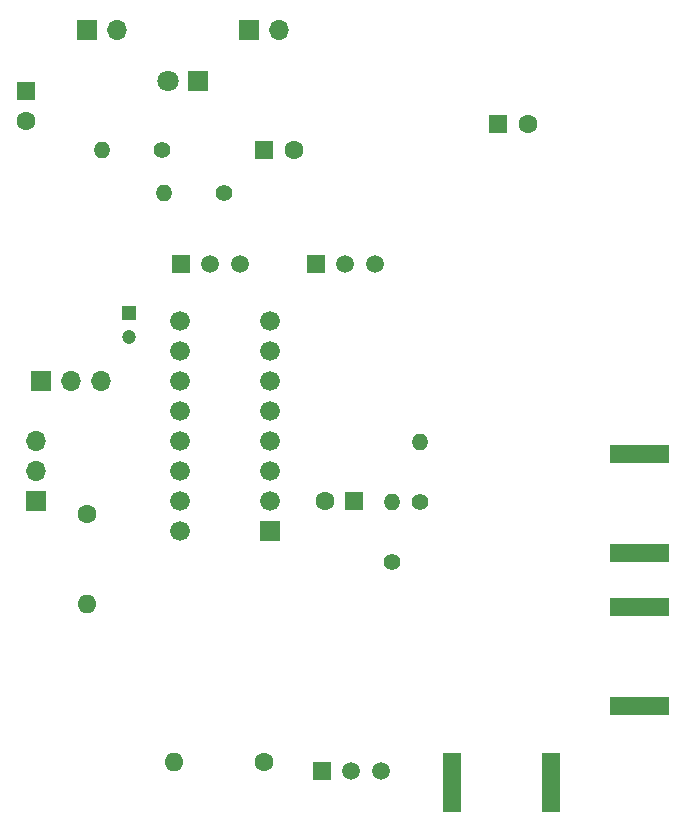
<source format=gbr>
%TF.GenerationSoftware,KiCad,Pcbnew,(5.1.8)-1*%
%TF.CreationDate,2021-04-18T10:22:12-07:00*%
%TF.ProjectId,coffee-spring21,636f6666-6565-42d7-9370-72696e673231,rev?*%
%TF.SameCoordinates,Original*%
%TF.FileFunction,Soldermask,Bot*%
%TF.FilePolarity,Negative*%
%FSLAX46Y46*%
G04 Gerber Fmt 4.6, Leading zero omitted, Abs format (unit mm)*
G04 Created by KiCad (PCBNEW (5.1.8)-1) date 2021-04-18 10:22:12*
%MOMM*%
%LPD*%
G01*
G04 APERTURE LIST*
%ADD10R,1.700000X1.700000*%
%ADD11O,1.700000X1.700000*%
%ADD12R,1.600000X1.600000*%
%ADD13C,1.600000*%
%ADD14R,1.200000X1.200000*%
%ADD15C,1.200000*%
%ADD16R,1.800000X1.800000*%
%ADD17C,1.800000*%
%ADD18C,1.676400*%
%ADD19R,1.676400X1.676400*%
%ADD20C,1.508000*%
%ADD21R,1.508000X1.508000*%
%ADD22R,2.500000X1.600000*%
%ADD23R,1.600000X2.500000*%
%ADD24C,1.400000*%
%ADD25O,1.400000X1.400000*%
%ADD26O,1.600000X1.600000*%
G04 APERTURE END LIST*
D10*
%TO.C,BT1*%
X128016000Y-56134000D03*
D11*
X130556000Y-56134000D03*
%TD*%
%TO.C,BT2*%
X144272000Y-56134000D03*
D10*
X141732000Y-56134000D03*
%TD*%
D12*
%TO.C,C5*%
X143002000Y-66294000D03*
D13*
X145502000Y-66294000D03*
%TD*%
%TO.C,C7*%
X148122000Y-96012000D03*
D12*
X150622000Y-96012000D03*
%TD*%
D14*
%TO.C,C13*%
X131572000Y-80137000D03*
D15*
X131572000Y-82137000D03*
%TD*%
D16*
%TO.C,D1*%
X137414000Y-60452000D03*
D17*
X134874000Y-60452000D03*
%TD*%
D12*
%TO.C,C8*%
X122809000Y-61341000D03*
D13*
X122809000Y-63841000D03*
%TD*%
D18*
%TO.C,G1*%
X135890000Y-98552000D03*
X135890000Y-96012000D03*
X135890000Y-93472000D03*
X135890000Y-90932000D03*
X135890000Y-88392000D03*
X135890000Y-85852000D03*
X135890000Y-83312000D03*
X135890000Y-80772000D03*
X143510000Y-80772000D03*
X143510000Y-83312000D03*
X143510000Y-85852000D03*
X143510000Y-88392000D03*
X143510000Y-90932000D03*
X143510000Y-93472000D03*
X143510000Y-96012000D03*
D19*
X143510000Y-98552000D03*
%TD*%
D20*
%TO.C,RV2*%
X140930000Y-75946000D03*
X138430000Y-75946000D03*
D21*
X135930000Y-75946000D03*
%TD*%
%TO.C,RV3*%
X147360000Y-75946000D03*
D20*
X149860000Y-75946000D03*
X152360000Y-75946000D03*
%TD*%
D13*
%TO.C,C3*%
X165314000Y-64135000D03*
D12*
X162814000Y-64135000D03*
%TD*%
D10*
%TO.C,SW1*%
X124079000Y-85852000D03*
D11*
X126619000Y-85852000D03*
X129159000Y-85852000D03*
%TD*%
D22*
%TO.C,U5*%
X173506000Y-92066000D03*
X176006000Y-92066000D03*
X173506000Y-100466000D03*
X176006000Y-100466000D03*
%TD*%
D23*
%TO.C,U6*%
X158868000Y-121142000D03*
X158868000Y-118642000D03*
X167268000Y-121142000D03*
X167268000Y-118642000D03*
%TD*%
D22*
%TO.C,U11*%
X173506000Y-105020000D03*
X176006000Y-105020000D03*
X173506000Y-113420000D03*
X176006000Y-113420000D03*
%TD*%
D24*
%TO.C,R7*%
X134366000Y-66294000D03*
D25*
X129286000Y-66294000D03*
%TD*%
%TO.C,R9*%
X134493000Y-69977000D03*
D24*
X139573000Y-69977000D03*
%TD*%
D25*
%TO.C,R10*%
X156210000Y-91059000D03*
D24*
X156210000Y-96139000D03*
%TD*%
%TO.C,R11*%
X153797000Y-101219000D03*
D25*
X153797000Y-96139000D03*
%TD*%
D13*
%TO.C,R29*%
X128016000Y-97155000D03*
D26*
X128016000Y-104775000D03*
%TD*%
D20*
%TO.C,RV1*%
X152868000Y-118872000D03*
X150368000Y-118872000D03*
D21*
X147868000Y-118872000D03*
%TD*%
D10*
%TO.C,J1*%
X123698000Y-96012000D03*
D11*
X123698000Y-93472000D03*
X123698000Y-90932000D03*
%TD*%
D13*
%TO.C,R18*%
X143002000Y-118110000D03*
D26*
X135382000Y-118110000D03*
%TD*%
M02*

</source>
